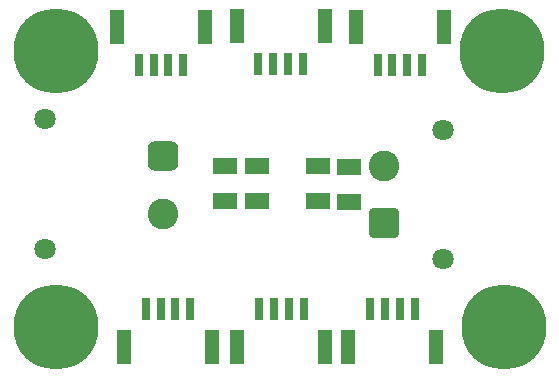
<source format=gbs>
G04*
G04 #@! TF.GenerationSoftware,Altium Limited,Altium Designer,21.6.1 (37)*
G04*
G04 Layer_Color=16711935*
%FSLAX44Y44*%
%MOMM*%
G71*
G04*
G04 #@! TF.SameCoordinates,4777B8CB-E48F-4368-B68D-2058CC3BE4D0*
G04*
G04*
G04 #@! TF.FilePolarity,Negative*
G04*
G01*
G75*
%ADD26C,2.6032*%
G04:AMPARAMS|DCode=27|XSize=2.6032mm|YSize=2.6032mm|CornerRadius=0.4616mm|HoleSize=0mm|Usage=FLASHONLY|Rotation=180.000|XOffset=0mm|YOffset=0mm|HoleType=Round|Shape=RoundedRectangle|*
%AMROUNDEDRECTD27*
21,1,2.6032,1.6800,0,0,180.0*
21,1,1.6800,2.6032,0,0,180.0*
1,1,0.9232,-0.8400,0.8400*
1,1,0.9232,0.8400,0.8400*
1,1,0.9232,0.8400,-0.8400*
1,1,0.9232,-0.8400,-0.8400*
%
%ADD27ROUNDEDRECTD27*%
%ADD28C,1.8032*%
G04:AMPARAMS|DCode=29|XSize=2.6032mm|YSize=2.6032mm|CornerRadius=0.7016mm|HoleSize=0mm|Usage=FLASHONLY|Rotation=0.000|XOffset=0mm|YOffset=0mm|HoleType=Round|Shape=RoundedRectangle|*
%AMROUNDEDRECTD29*
21,1,2.6032,1.2000,0,0,0.0*
21,1,1.2000,2.6032,0,0,0.0*
1,1,1.4032,0.6000,-0.6000*
1,1,1.4032,-0.6000,-0.6000*
1,1,1.4032,-0.6000,0.6000*
1,1,1.4032,0.6000,0.6000*
%
%ADD29ROUNDEDRECTD29*%
%ADD30C,7.2032*%
%ADD46R,2.0232X1.3532*%
%ADD47R,1.2032X2.9032*%
%ADD48R,0.8032X1.9032*%
D26*
X1586000Y2743000D02*
D03*
X1399000Y2702000D02*
D03*
D27*
X1586000Y2694000D02*
D03*
D28*
X1636038Y2773480D02*
D03*
X1635530Y2663752D02*
D03*
X1299178Y2782242D02*
D03*
X1298670Y2672260D02*
D03*
D29*
X1399000Y2751000D02*
D03*
D30*
X1687000Y2606000D02*
D03*
X1686000Y2840000D02*
D03*
X1308000Y2606000D02*
D03*
Y2840000D02*
D03*
D46*
X1478000Y2713150D02*
D03*
Y2742850D02*
D03*
X1451000Y2713150D02*
D03*
Y2742850D02*
D03*
X1530000Y2713150D02*
D03*
Y2742850D02*
D03*
X1556000Y2712150D02*
D03*
Y2741850D02*
D03*
D47*
X1461750Y2589750D02*
D03*
X1536250D02*
D03*
X1535500Y2861000D02*
D03*
X1461000D02*
D03*
X1434250Y2860250D02*
D03*
X1359750D02*
D03*
X1636500Y2860000D02*
D03*
X1562000D02*
D03*
X1555750Y2589750D02*
D03*
X1630250D02*
D03*
X1365750D02*
D03*
X1440250D02*
D03*
D48*
X1480250Y2621750D02*
D03*
X1492750D02*
D03*
X1517750D02*
D03*
X1505250D02*
D03*
X1517000Y2829000D02*
D03*
X1504500D02*
D03*
X1479500D02*
D03*
X1492000D02*
D03*
X1415750Y2828250D02*
D03*
X1403250D02*
D03*
X1378250D02*
D03*
X1390750D02*
D03*
X1618000Y2828000D02*
D03*
X1605500D02*
D03*
X1580500D02*
D03*
X1593000D02*
D03*
X1574250Y2621750D02*
D03*
X1586750D02*
D03*
X1611750D02*
D03*
X1599250D02*
D03*
X1384250D02*
D03*
X1396750D02*
D03*
X1421750D02*
D03*
X1409250D02*
D03*
M02*

</source>
